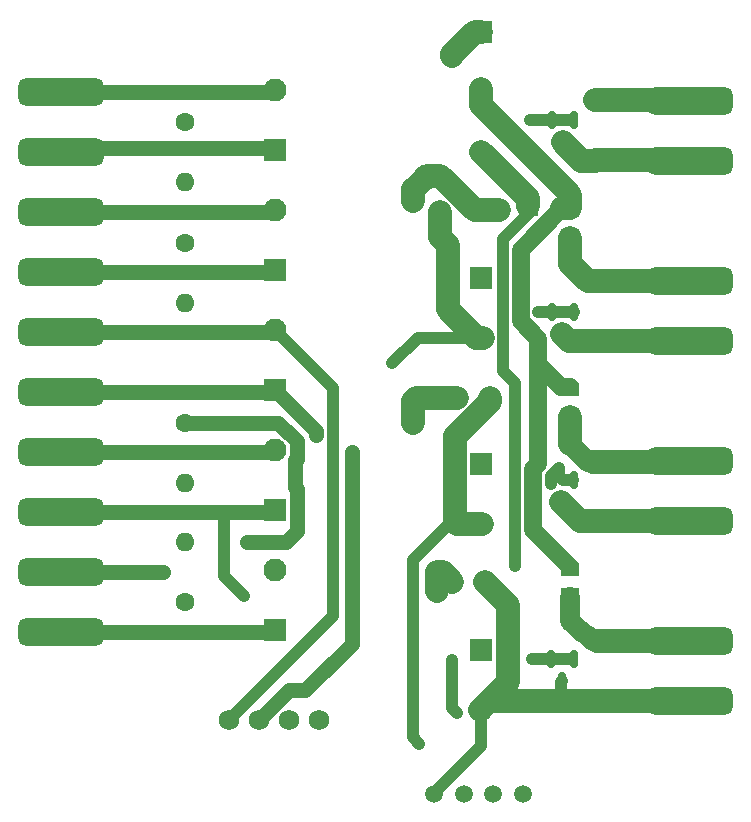
<source format=gbr>
%TF.GenerationSoftware,KiCad,Pcbnew,7.0.10*%
%TF.CreationDate,2024-07-21T07:40:16-04:00*%
%TF.ProjectId,12.1.1 - PLC Connector.kicad_pcb_appended,31322e31-2e31-4202-9d20-504c4320436f,rev?*%
%TF.SameCoordinates,Original*%
%TF.FileFunction,Copper,L1,Top*%
%TF.FilePolarity,Positive*%
%FSLAX46Y46*%
G04 Gerber Fmt 4.6, Leading zero omitted, Abs format (unit mm)*
G04 Created by KiCad (PCBNEW 7.0.10) date 2024-07-21 07:40:16*
%MOMM*%
%LPD*%
G01*
G04 APERTURE LIST*
G04 Aperture macros list*
%AMRoundRect*
0 Rectangle with rounded corners*
0 $1 Rounding radius*
0 $2 $3 $4 $5 $6 $7 $8 $9 X,Y pos of 4 corners*
0 Add a 4 corners polygon primitive as box body*
4,1,4,$2,$3,$4,$5,$6,$7,$8,$9,$2,$3,0*
0 Add four circle primitives for the rounded corners*
1,1,$1+$1,$2,$3*
1,1,$1+$1,$4,$5*
1,1,$1+$1,$6,$7*
1,1,$1+$1,$8,$9*
0 Add four rect primitives between the rounded corners*
20,1,$1+$1,$2,$3,$4,$5,0*
20,1,$1+$1,$4,$5,$6,$7,0*
20,1,$1+$1,$6,$7,$8,$9,0*
20,1,$1+$1,$8,$9,$2,$3,0*%
%AMFreePoly0*
4,1,19,0.750000,-0.750000,-0.200000,-0.750000,-0.200000,-0.744911,-0.221157,-0.744911,-0.357708,-0.704816,-0.477430,-0.627875,-0.570627,-0.520320,-0.629746,-0.390866,-0.650000,-0.250000,-0.650000,0.250000,-0.629746,0.390866,-0.570627,0.520320,-0.477430,0.627875,-0.357708,0.704816,-0.221157,0.744911,-0.200000,0.744911,-0.200000,0.750000,0.750000,0.750000,0.750000,-0.750000,0.750000,-0.750000,
$1*%
%AMFreePoly1*
4,1,19,0.200000,0.744911,0.221157,0.744911,0.357708,0.704816,0.477430,0.627875,0.570627,0.520320,0.629746,0.390866,0.650000,0.250000,0.650000,-0.250000,0.629746,-0.390866,0.570627,-0.520320,0.477430,-0.627875,0.357708,-0.704816,0.221157,-0.744911,0.200000,-0.744911,0.200000,-0.750000,-0.750000,-0.750000,-0.750000,0.750000,0.200000,0.750000,0.200000,0.744911,0.200000,0.744911,
$1*%
G04 Aperture macros list end*
%TA.AperFunction,SMDPad,CuDef*%
%ADD10RoundRect,0.572500X-3.045750X-0.572500X3.045750X-0.572500X3.045750X0.572500X-3.045750X0.572500X0*%
%TD*%
%TA.AperFunction,ComponentPad*%
%ADD11R,1.950000X1.950000*%
%TD*%
%TA.AperFunction,ComponentPad*%
%ADD12C,1.950000*%
%TD*%
%TA.AperFunction,ComponentPad*%
%ADD13C,1.600000*%
%TD*%
%TA.AperFunction,ComponentPad*%
%ADD14O,1.600000X1.600000*%
%TD*%
%TA.AperFunction,ComponentPad*%
%ADD15C,1.752600*%
%TD*%
%TA.AperFunction,SMDPad,CuDef*%
%ADD16FreePoly0,270.000000*%
%TD*%
%TA.AperFunction,SMDPad,CuDef*%
%ADD17FreePoly1,270.000000*%
%TD*%
%TA.AperFunction,SMDPad,CuDef*%
%ADD18RoundRect,0.572500X3.045750X0.572500X-3.045750X0.572500X-3.045750X-0.572500X3.045750X-0.572500X0*%
%TD*%
%TA.AperFunction,SMDPad,CuDef*%
%ADD19RoundRect,0.150000X-0.150000X0.587500X-0.150000X-0.587500X0.150000X-0.587500X0.150000X0.587500X0*%
%TD*%
%TA.AperFunction,SMDPad,CuDef*%
%ADD20RoundRect,0.250000X0.300000X0.300000X-0.300000X0.300000X-0.300000X-0.300000X0.300000X-0.300000X0*%
%TD*%
%TA.AperFunction,SMDPad,CuDef*%
%ADD21RoundRect,0.250000X-0.300000X-0.300000X0.300000X-0.300000X0.300000X0.300000X-0.300000X0.300000X0*%
%TD*%
%TA.AperFunction,ComponentPad*%
%ADD22C,1.498600*%
%TD*%
%TA.AperFunction,ViaPad*%
%ADD23C,0.800000*%
%TD*%
%TA.AperFunction,Conductor*%
%ADD24C,1.270000*%
%TD*%
%TA.AperFunction,Conductor*%
%ADD25C,1.016000*%
%TD*%
%TA.AperFunction,Conductor*%
%ADD26C,0.250000*%
%TD*%
%TA.AperFunction,Conductor*%
%ADD27C,2.000000*%
%TD*%
%TA.AperFunction,Conductor*%
%ADD28C,1.500000*%
%TD*%
%TA.AperFunction,Conductor*%
%ADD29C,1.651000*%
%TD*%
%TA.AperFunction,Conductor*%
%ADD30C,1.999996*%
%TD*%
G04 APERTURE END LIST*
D10*
%TO.P,J104,1,Pin_1*%
%TO.N,Net-(J104-Pin_1)*%
X135151345Y-118127303D03*
%TD*%
D11*
%TO.P,J124,1,1*%
%TO.N,Net-(J106-Pin_1)*%
X153289000Y-107823000D03*
D12*
%TO.P,J124,2,2*%
%TO.N,Net-(J107-Pin_1)*%
X153289000Y-102743000D03*
%TD*%
D10*
%TO.P,J106,1,Pin_1*%
%TO.N,Net-(J106-Pin_1)*%
X135163477Y-107967303D03*
%TD*%
D13*
%TO.P,R104,1*%
%TO.N,M*%
X145669000Y-85140000D03*
D14*
%TO.P,R104,2*%
%TO.N,Net-(J109-Pin_1)*%
X145669000Y-90220000D03*
%TD*%
D11*
%TO.P,J122,1,1*%
%TO.N,Net-(J104-Pin_1)*%
X153289000Y-117983000D03*
D12*
%TO.P,J122,2,2*%
%TO.N,Net-(J105-Pin_1)*%
X153289000Y-112903000D03*
%TD*%
D10*
%TO.P,J116,1,Pin_1*%
%TO.N,Net-(J108-Pin_1)*%
X135136683Y-97794563D03*
%TD*%
%TO.P,J115,1,Pin_1*%
%TO.N,Net-(J107-Pin_1)*%
X135122779Y-102890324D03*
%TD*%
D13*
%TO.P,R101,1*%
%TO.N,Net-(J102-Pin_1)*%
X145669000Y-125730000D03*
D14*
%TO.P,R101,2*%
%TO.N,M*%
X145669000Y-120650000D03*
%TD*%
D15*
%TO.P,J126,1,1*%
%TO.N,Net-(J107-Pin_1)*%
X149352000Y-135763000D03*
%TO.P,J126,2,2*%
%TO.N,Net-(J106-Pin_1)*%
X151892000Y-135763000D03*
%TO.P,J126,3,3*%
%TO.N,Net-(J105-Pin_1)*%
X154432000Y-135763000D03*
%TO.P,J126,4,4*%
%TO.N,Net-(J104-Pin_1)*%
X156972000Y-135763000D03*
%TD*%
D13*
%TO.P,R102,1*%
%TO.N,M*%
X145669000Y-110617000D03*
D14*
%TO.P,R102,2*%
%TO.N,Net-(J103-Pin_1)*%
X145669000Y-115697000D03*
%TD*%
D13*
%TO.P,R103,1*%
%TO.N,Net-(J108-Pin_1)*%
X145669000Y-95377000D03*
D14*
%TO.P,R103,2*%
%TO.N,M*%
X145669000Y-100457000D03*
%TD*%
D10*
%TO.P,J111,1,Pin_1*%
%TO.N,Net-(J103-Pin_1)*%
X135137522Y-123198869D03*
%TD*%
%TO.P,J110,1,Pin_1*%
%TO.N,Net-(J102-Pin_1)*%
X135154366Y-128271547D03*
%TD*%
D11*
%TO.P,J125,1,1*%
%TO.N,Net-(J108-Pin_1)*%
X153289000Y-97663000D03*
D12*
%TO.P,J125,2,2*%
%TO.N,Net-(J109-Pin_1)*%
X153289000Y-92583000D03*
%TD*%
D10*
%TO.P,J120,1,Pin_1*%
%TO.N,M*%
X135177543Y-87647303D03*
%TD*%
D11*
%TO.P,J123,1,1*%
%TO.N,M*%
X153289000Y-87503000D03*
D12*
%TO.P,J123,2,2*%
%TO.N,Net-(J119-Pin_1)*%
X153289000Y-82423000D03*
%TD*%
D11*
%TO.P,J118,1,1*%
%TO.N,Net-(J102-Pin_1)*%
X153289000Y-128143000D03*
D12*
%TO.P,J118,2,2*%
%TO.N,Net-(J103-Pin_1)*%
X153289000Y-123063000D03*
%TD*%
D10*
%TO.P,J121,1,Pin_1*%
%TO.N,Net-(J119-Pin_1)*%
X135132736Y-82570977D03*
%TD*%
%TO.P,J117,1,Pin_1*%
%TO.N,Net-(J109-Pin_1)*%
X135154679Y-92741803D03*
%TD*%
%TO.P,J113,1,Pin_1*%
%TO.N,Net-(J105-Pin_1)*%
X135134275Y-113048173D03*
%TD*%
D16*
%TO.P,JP101,1,A*%
%TO.N,Net-(J103-Pin_1)*%
X178278225Y-92426462D03*
D17*
%TO.P,JP101,2,B*%
%TO.N,Net-(J105-Pin_1)*%
X178278225Y-94926462D03*
%TD*%
D18*
%TO.P,J108,1,Pin_1*%
%TO.N,Net-(J102-Pin_1)*%
X188422864Y-134127111D03*
%TD*%
D19*
%TO.P,D105,1*%
%TO.N,GNDPWR*%
X178556856Y-130561113D03*
%TO.P,D105,2*%
X176656856Y-130561113D03*
%TO.P,D105,3*%
%TO.N,Net-(J102-Pin_1)*%
X177606856Y-132436113D03*
%TD*%
%TO.P,D106,1*%
%TO.N,GNDPWR*%
X178584225Y-115455962D03*
%TO.P,D106,2*%
X176684225Y-115455962D03*
%TO.P,D106,3*%
%TO.N,Net-(J114-Pin_1)*%
X177634225Y-117330962D03*
%TD*%
D18*
%TO.P,J105,1,Pin_1*%
%TO.N,Net-(J105-Pin_1)*%
X188434462Y-98547442D03*
%TD*%
D20*
%TO.P,D101,1*%
%TO.N,Net-(J114-Pin_1)*%
X171475225Y-108458462D03*
%TO.P,D101,2*%
%TO.N,GNDPWR*%
X168675225Y-108458462D03*
%TD*%
D18*
%TO.P,J101,1,Pin_1*%
%TO.N,Net-(J101-Pin_1)*%
X188428553Y-129047523D03*
%TD*%
%TO.P,J109,1,Pin_1*%
%TO.N,Net-(J103-Pin_1)*%
X188439959Y-83312463D03*
%TD*%
D21*
%TO.P,D104,1*%
%TO.N,Net-(J106-Pin_1)*%
X167402225Y-92583462D03*
%TO.P,D104,2*%
%TO.N,GNDPWR*%
X170202225Y-92583462D03*
%TD*%
D18*
%TO.P,J115,1,Pin_1*%
%TO.N,Net-(J113-Pin_1)*%
X188435157Y-113791922D03*
%TD*%
D19*
%TO.P,D108,1*%
%TO.N,GNDPWR*%
X178584225Y-101170962D03*
%TO.P,D108,2*%
X176684225Y-101170962D03*
%TO.P,D108,3*%
%TO.N,Net-(J106-Pin_1)*%
X177634225Y-103045962D03*
%TD*%
D18*
%TO.P,J106,1,Pin_1*%
%TO.N,Net-(J106-Pin_1)*%
X188444026Y-103639993D03*
%TD*%
D11*
%TO.P,J118,1,1*%
%TO.N,Net-(J105-Pin_1)*%
X170710225Y-98298462D03*
D12*
%TO.P,J118,2,2*%
%TO.N,Net-(J106-Pin_1)*%
X170710225Y-103378462D03*
%TD*%
D19*
%TO.P,D107,1*%
%TO.N,GNDPWR*%
X178584225Y-84963462D03*
%TO.P,D107,2*%
X176684225Y-84963462D03*
%TO.P,D107,3*%
%TO.N,Net-(J104-Pin_1)*%
X177634225Y-86838462D03*
%TD*%
D18*
%TO.P,J110,1,Pin_1*%
%TO.N,Net-(J104-Pin_1)*%
X188437513Y-88401010D03*
%TD*%
D11*
%TO.P,J120,1,1*%
%TO.N,Net-(J113-Pin_1)*%
X170710225Y-114046462D03*
D12*
%TO.P,J120,2,2*%
%TO.N,Net-(J114-Pin_1)*%
X170710225Y-119126462D03*
%TD*%
D16*
%TO.P,JP103,1,A*%
%TO.N,Net-(J103-Pin_1)*%
X178278225Y-122826462D03*
D17*
%TO.P,JP103,2,B*%
%TO.N,Net-(J101-Pin_1)*%
X178278225Y-125326462D03*
%TD*%
D20*
%TO.P,D103,1*%
%TO.N,Net-(J104-Pin_1)*%
X175031225Y-92583462D03*
%TO.P,D103,2*%
%TO.N,GNDPWR*%
X172231225Y-92583462D03*
%TD*%
D16*
%TO.P,JP102,1,A*%
%TO.N,Net-(J103-Pin_1)*%
X178278225Y-107576462D03*
D17*
%TO.P,JP102,2,B*%
%TO.N,Net-(J113-Pin_1)*%
X178278225Y-110076462D03*
%TD*%
D20*
%TO.P,D102,1*%
%TO.N,Net-(J102-Pin_1)*%
X171094225Y-124079462D03*
%TO.P,D102,2*%
%TO.N,GNDPWR*%
X168294225Y-124079462D03*
%TD*%
D11*
%TO.P,J117,1,1*%
%TO.N,GNDPWR*%
X170710225Y-77470462D03*
D12*
%TO.P,J117,2,2*%
%TO.N,Net-(J103-Pin_1)*%
X170710225Y-82550462D03*
%TO.P,J117,3,3*%
%TO.N,Net-(J104-Pin_1)*%
X170710225Y-87630462D03*
%TD*%
D18*
%TO.P,J114,1,Pin_1*%
%TO.N,Net-(J114-Pin_1)*%
X188438530Y-118872462D03*
%TD*%
D11*
%TO.P,J119,1,1*%
%TO.N,Net-(J101-Pin_1)*%
X170710225Y-129794462D03*
D12*
%TO.P,J119,2,2*%
%TO.N,Net-(J102-Pin_1)*%
X170710225Y-134874462D03*
%TD*%
D22*
%TO.P,J122,1,1*%
%TO.N,Net-(J104-Pin_1)*%
X174266225Y-141986462D03*
%TO.P,J122,2,2*%
%TO.N,Net-(J106-Pin_1)*%
X171766225Y-141986462D03*
%TO.P,J122,3,3*%
%TO.N,Net-(J114-Pin_1)*%
X169266225Y-141986462D03*
%TO.P,J122,4,4*%
%TO.N,Net-(J102-Pin_1)*%
X166766225Y-141986462D03*
%TD*%
D23*
%TO.N,Net-(J102-Pin_1)*%
X143129000Y-128270000D03*
X140335000Y-128270000D03*
X141732000Y-128270000D03*
%TO.N,Net-(J103-Pin_1)*%
X140335000Y-123190000D03*
X143256000Y-123190000D03*
X141732000Y-123190000D03*
%TO.N,Net-(J104-Pin_1)*%
X143637000Y-118110000D03*
X140335000Y-118110000D03*
X150621900Y-125222000D03*
X142113000Y-118110000D03*
%TO.N,Net-(J105-Pin_1)*%
X142113000Y-113030000D03*
X140462000Y-113030000D03*
X143637000Y-113030000D03*
%TO.N,Net-(J106-Pin_1)*%
X156718004Y-111633000D03*
X140716000Y-107950000D03*
X159766000Y-113030000D03*
X143891000Y-107950000D03*
X142367000Y-107950000D03*
%TO.N,Net-(J107-Pin_1)*%
X140716000Y-102870000D03*
X142493998Y-102870000D03*
X144145000Y-102870000D03*
%TO.N,Net-(J108-Pin_1)*%
X142240000Y-97790000D03*
X143891000Y-97790000D03*
X140716000Y-97790000D03*
%TO.N,Net-(J109-Pin_1)*%
X144145000Y-92710000D03*
X140589000Y-92710000D03*
X142367000Y-92710000D03*
%TO.N,M*%
X153289000Y-110617000D03*
X143637000Y-87376000D03*
X150876002Y-120650000D03*
X140208000Y-87376000D03*
X152146000Y-110617000D03*
X141859000Y-87376000D03*
X151892000Y-120650000D03*
%TO.N,Net-(J102-Pin_1)*%
X180292000Y-134130237D03*
X182014447Y-134130240D03*
X183444448Y-134130239D03*
%TO.N,Net-(J103-Pin_1)*%
X181598225Y-83316462D03*
X180408225Y-83286462D03*
X183008225Y-83316462D03*
%TO.N,Net-(J104-Pin_1)*%
X182908225Y-88386462D03*
X173633225Y-122680462D03*
X168297225Y-130638462D03*
X180378225Y-88397301D03*
X181598225Y-88406462D03*
X168672027Y-135122264D03*
%TO.N,Net-(J105-Pin_1)*%
X182788225Y-98566462D03*
X180378225Y-98576462D03*
X181548225Y-98546462D03*
%TO.N,Net-(J101-Pin_1)*%
X180578225Y-129046398D03*
X183146523Y-129048036D03*
X181811808Y-129064514D03*
%TO.N,GNDPWR*%
X169059225Y-78740462D03*
X175155225Y-84963462D03*
X168297225Y-79502462D03*
X166961231Y-123256468D03*
X177488225Y-84996462D03*
X166011225Y-89916462D03*
X165122225Y-90678462D03*
X164995225Y-91821462D03*
X177441225Y-101219462D03*
X164995225Y-109220462D03*
X177695215Y-115455962D03*
X177488225Y-130566462D03*
X177278225Y-114396462D03*
X175790225Y-101219462D03*
X164995225Y-110617462D03*
X175536225Y-130556462D03*
X167022225Y-124841462D03*
%TO.N,Net-(J106-Pin_1)*%
X180278225Y-103676462D03*
X163217225Y-105537462D03*
X182618225Y-103676462D03*
X181438225Y-103676462D03*
%TO.N,Net-(J114-Pin_1)*%
X180178225Y-118896555D03*
X165503225Y-137795462D03*
X181478225Y-118876462D03*
X182898225Y-118846462D03*
%TO.N,Net-(J113-Pin_1)*%
X180178225Y-113876462D03*
X183048225Y-113856462D03*
X181618225Y-113876462D03*
%TD*%
D24*
%TO.N,Net-(J102-Pin_1)*%
X153162000Y-128270000D02*
X135155913Y-128270000D01*
X153289000Y-128143000D02*
X153162000Y-128270000D01*
X135155913Y-128270000D02*
X135154366Y-128271547D01*
%TO.N,Net-(J103-Pin_1)*%
X135146391Y-123190000D02*
X135137522Y-123198869D01*
X143764000Y-123190000D02*
X135146391Y-123190000D01*
%TO.N,Net-(J104-Pin_1)*%
X148971000Y-118110000D02*
X135168648Y-118110000D01*
X135159338Y-118135296D02*
X139954000Y-118135296D01*
D25*
X148971000Y-123571100D02*
X150621900Y-125222000D01*
D24*
X153289000Y-117983000D02*
X153162000Y-118110000D01*
X153162000Y-118110000D02*
X148971000Y-118110000D01*
X135168648Y-118110000D02*
X135151345Y-118127303D01*
X135151345Y-118127303D02*
X135159338Y-118135296D01*
D25*
X148971000Y-118110000D02*
X148971000Y-123571100D01*
D24*
%TO.N,Net-(J105-Pin_1)*%
X153162000Y-113030000D02*
X135152448Y-113030000D01*
X153289000Y-112903000D02*
X153162000Y-113030000D01*
X135152448Y-113030000D02*
X135134275Y-113048173D01*
%TO.N,Net-(J106-Pin_1)*%
X156718004Y-111252004D02*
X156718004Y-111633000D01*
X154432000Y-133223000D02*
X155829000Y-133223000D01*
X135163477Y-107967303D02*
X135168248Y-107972074D01*
X153162000Y-107950000D02*
X135180780Y-107950000D01*
X135168248Y-107972074D02*
X139954000Y-107972074D01*
X155829000Y-133223000D02*
X159766000Y-129286000D01*
X151892000Y-135763000D02*
X154432000Y-133223000D01*
X153289000Y-107823000D02*
X153162000Y-107950000D01*
X135180780Y-107950000D02*
X135163477Y-107967303D01*
X153289000Y-107823000D02*
X156718004Y-111252004D01*
X159766000Y-129286000D02*
X159766000Y-113030000D01*
%TO.N,Net-(J107-Pin_1)*%
X135143103Y-102870000D02*
X135122779Y-102890324D01*
X135122779Y-102890324D02*
X135122918Y-102890463D01*
X153289000Y-102743000D02*
X153162000Y-102870000D01*
X135122918Y-102890463D02*
X139954000Y-102890463D01*
D25*
X149352000Y-135763000D02*
X158188008Y-126926992D01*
X158188008Y-126926992D02*
X158188008Y-107642008D01*
X158188008Y-107642008D02*
X153289000Y-102743000D01*
D24*
X153162000Y-102870000D02*
X135143103Y-102870000D01*
%TO.N,Net-(J108-Pin_1)*%
X135141246Y-97790000D02*
X135136683Y-97794563D01*
X153289000Y-97663000D02*
X153162000Y-97790000D01*
X153162000Y-97790000D02*
X135141246Y-97790000D01*
%TO.N,Net-(J109-Pin_1)*%
X135186482Y-92710000D02*
X135154679Y-92741803D01*
X153289000Y-92583000D02*
X153162000Y-92710000D01*
X153162000Y-92710000D02*
X135186482Y-92710000D01*
%TO.N,Net-(J119-Pin_1)*%
X153141023Y-82570977D02*
X153289000Y-82423000D01*
X135132736Y-82570977D02*
X153141023Y-82570977D01*
%TO.N,M*%
X135464844Y-87360000D02*
X135177541Y-87647303D01*
X153146000Y-87360000D02*
X135464844Y-87360000D01*
D26*
X139969630Y-87630000D02*
X139952327Y-87647303D01*
X139952327Y-87647303D02*
X135177541Y-87647303D01*
D24*
X155099000Y-112153273D02*
X155099000Y-113652727D01*
X154994000Y-116068000D02*
X155099000Y-116173000D01*
X153289000Y-87503000D02*
X153146000Y-87360000D01*
X154994000Y-113757727D02*
X154994000Y-116068000D01*
X145669000Y-110617000D02*
X153562727Y-110617000D01*
X154242000Y-120650000D02*
X150876002Y-120650000D01*
X155099000Y-113652727D02*
X154994000Y-113757727D01*
X153562727Y-110617000D02*
X155099000Y-112153273D01*
X155099000Y-116173000D02*
X155099000Y-119793000D01*
X155099000Y-119793000D02*
X154242000Y-120650000D01*
D27*
%TO.N,Net-(J102-Pin_1)*%
X173012225Y-132538462D02*
X173012225Y-125997462D01*
X170837225Y-134713462D02*
X173012225Y-132538462D01*
X188452665Y-134130233D02*
X183444454Y-134130233D01*
D25*
X177507225Y-132535744D02*
X177507225Y-134291462D01*
X166811325Y-141859462D02*
X170710225Y-137960562D01*
D27*
X173012225Y-125997462D02*
X171094225Y-124079462D01*
X183444454Y-134130233D02*
X183444448Y-134130239D01*
X180292003Y-134130240D02*
X180292000Y-134130237D01*
X182014447Y-134130240D02*
X183444447Y-134130240D01*
X182014447Y-134130240D02*
X180292003Y-134130240D01*
X183444447Y-134130240D02*
X183444448Y-134130239D01*
X180291996Y-134130233D02*
X171387786Y-134130233D01*
D25*
X170710225Y-137960562D02*
X170710225Y-134874462D01*
D27*
X171387786Y-134130233D02*
X170643557Y-134874462D01*
D25*
X177606856Y-132436113D02*
X177507225Y-132535744D01*
D27*
%TO.N,Net-(J103-Pin_1)*%
X170710225Y-82307962D02*
X170710225Y-83706661D01*
D28*
X175141225Y-119689462D02*
X175141225Y-114471538D01*
D27*
X180421714Y-83299951D02*
X180408225Y-83286462D01*
X177581169Y-92426462D02*
X178278225Y-92426462D01*
D28*
X178278225Y-107576462D02*
X177476225Y-107576462D01*
X178278225Y-122826462D02*
X175141225Y-119689462D01*
X175536225Y-105636462D02*
X175536225Y-104902462D01*
X175536225Y-114076538D02*
X175536225Y-103475538D01*
D27*
X188486344Y-83299951D02*
X180421714Y-83299951D01*
X178278225Y-91323493D02*
X178278225Y-92426462D01*
X180408225Y-83286462D02*
X180394736Y-83299951D01*
X170710225Y-83706661D02*
X178084557Y-91080993D01*
D28*
X174073225Y-95934406D02*
X177581169Y-92426462D01*
X174073225Y-102012538D02*
X174073225Y-95934406D01*
X177476225Y-107576462D02*
X175536225Y-105636462D01*
X175536225Y-103475538D02*
X174073225Y-102012538D01*
X175141225Y-114471538D02*
X175536225Y-114076538D01*
D25*
%TO.N,Net-(J104-Pin_1)*%
X168672027Y-135122264D02*
X168297225Y-134747462D01*
D27*
X174672062Y-91558965D02*
X174672062Y-92224299D01*
D25*
X175031225Y-92583462D02*
X172615225Y-94999462D01*
D27*
X177634225Y-86838462D02*
X179193064Y-88397301D01*
X170710225Y-87630462D02*
X170743559Y-87630462D01*
X188378225Y-88376462D02*
X180399064Y-88376462D01*
D25*
X172615225Y-106244382D02*
X173633225Y-107262382D01*
X172615225Y-94999462D02*
X172615225Y-106244382D01*
D27*
X179193064Y-88397301D02*
X180378225Y-88397301D01*
X180399064Y-88376462D02*
X180378225Y-88397301D01*
X170743559Y-87630462D02*
X174672062Y-91558965D01*
D25*
X173633225Y-107262382D02*
X173633225Y-122680462D01*
X168297225Y-134747462D02*
X168297225Y-130638462D01*
D27*
%TO.N,Net-(J105-Pin_1)*%
X179744931Y-98576462D02*
X178278225Y-97109756D01*
X180378225Y-98576462D02*
X179744931Y-98576462D01*
X178278225Y-97109756D02*
X178278225Y-94926462D01*
X188278225Y-98576462D02*
X180378225Y-98576462D01*
D29*
%TO.N,Net-(J101-Pin_1)*%
X179676106Y-128519393D02*
X179355697Y-128365097D01*
D27*
X180581790Y-129049963D02*
X180578225Y-129046398D01*
X188444137Y-129049963D02*
X180581790Y-129049963D01*
D29*
X179355697Y-128365097D02*
X179077658Y-128143374D01*
X179077658Y-128143374D02*
X178278225Y-127343941D01*
X180578225Y-129046398D02*
X180203111Y-129046398D01*
X178278225Y-127343941D02*
X178278225Y-125326462D01*
X180203111Y-129046398D02*
X179676106Y-128519393D01*
D25*
%TO.N,GNDPWR*%
X178457225Y-130556462D02*
X177568225Y-130556462D01*
D27*
X164995225Y-110617462D02*
X164995225Y-109220462D01*
D30*
X167471231Y-123256468D02*
X166961231Y-123256468D01*
D25*
X177331725Y-84980962D02*
X177314225Y-84963462D01*
X175536225Y-130556462D02*
X175028225Y-130556462D01*
D27*
X166011225Y-89916462D02*
X165884225Y-89916462D01*
D25*
X177489725Y-101170962D02*
X177441225Y-101219462D01*
D30*
X168294225Y-124079462D02*
X167471231Y-123256468D01*
D27*
X168297225Y-79375462D02*
X168932225Y-78740462D01*
X167281225Y-89662462D02*
X166138225Y-89662462D01*
X166011225Y-89789462D02*
X166011225Y-89916462D01*
D25*
X175137725Y-84980962D02*
X174918725Y-84980962D01*
D27*
X164995225Y-108712462D02*
X165249225Y-108458462D01*
D25*
X175741725Y-101170962D02*
X175584725Y-101170962D01*
D27*
X165249225Y-108458462D02*
X168675225Y-108458462D01*
D25*
X177392725Y-101170962D02*
X176618225Y-101170962D01*
D27*
X165122225Y-90678462D02*
X164995225Y-90805462D01*
X164995225Y-109220462D02*
X164995225Y-108712462D01*
D25*
X177296725Y-84980962D02*
X176315725Y-84980962D01*
X178469725Y-115455962D02*
X177695215Y-115455962D01*
X175790225Y-101219462D02*
X175741725Y-101170962D01*
X176618225Y-101170962D02*
X175838725Y-101170962D01*
X175838725Y-101170962D02*
X175790225Y-101219462D01*
D27*
X170202225Y-77470462D02*
X170710225Y-77470462D01*
X172231225Y-92583462D02*
X170202225Y-92583462D01*
D25*
X177441225Y-101219462D02*
X177392725Y-101170962D01*
D27*
X170202225Y-92583462D02*
X167281225Y-89662462D01*
X164995225Y-90805462D02*
X164995225Y-91821462D01*
X168297225Y-79502462D02*
X168297225Y-79375462D01*
D25*
X178584225Y-101170962D02*
X177489725Y-101170962D01*
X177278225Y-115038972D02*
X177278225Y-114396462D01*
X175172725Y-84980962D02*
X175155225Y-84963462D01*
D30*
X167022225Y-124841462D02*
X167022225Y-123317462D01*
D25*
X175155225Y-84963462D02*
X175137725Y-84980962D01*
X174918725Y-84980962D02*
X174901225Y-84963462D01*
X176557225Y-130556462D02*
X175536225Y-130556462D01*
D27*
X169059225Y-78613462D02*
X170202225Y-77470462D01*
D25*
X177695215Y-115455962D02*
X177278225Y-115038972D01*
X178215725Y-84980962D02*
X177331725Y-84980962D01*
X175584725Y-101170962D02*
X175536225Y-101219462D01*
X176599225Y-115075462D02*
X176599225Y-115761067D01*
D30*
X167022225Y-123317462D02*
X166961231Y-123256468D01*
D27*
X165884225Y-89916462D02*
X165122225Y-90678462D01*
D25*
X177314225Y-84963462D02*
X177296725Y-84980962D01*
X176315725Y-84980962D02*
X175172725Y-84980962D01*
X177278225Y-114396462D02*
X176599225Y-115075462D01*
X177568225Y-130556462D02*
X176557225Y-130556462D01*
D27*
X166138225Y-89662462D02*
X166011225Y-89789462D01*
%TO.N,Net-(J106-Pin_1)*%
X167246590Y-92739097D02*
X167246590Y-94834827D01*
X170302225Y-103378462D02*
X170843557Y-103378462D01*
X167916225Y-95504462D02*
X167916225Y-100992462D01*
X167246590Y-94834827D02*
X167916225Y-95504462D01*
X178198725Y-103676462D02*
X177568225Y-103045962D01*
D25*
X165376225Y-103378462D02*
X170302225Y-103378462D01*
D27*
X188478225Y-103676462D02*
X180278225Y-103676462D01*
X167916225Y-100992462D02*
X170302225Y-103378462D01*
X180278225Y-103676462D02*
X178198725Y-103676462D01*
D25*
X163217225Y-105537462D02*
X165376225Y-103378462D01*
D27*
%TO.N,Net-(J114-Pin_1)*%
X168535225Y-118983462D02*
X168535225Y-111744462D01*
X168535225Y-111744462D02*
X171475225Y-108804462D01*
D25*
X168040751Y-119126462D02*
X164935727Y-122231486D01*
D27*
X171475225Y-108804462D02*
X171475225Y-108458462D01*
D25*
X168678225Y-119126462D02*
X168040751Y-119126462D01*
D27*
X179085318Y-118896555D02*
X177519725Y-117330962D01*
D25*
X164935727Y-122231486D02*
X164935727Y-137227964D01*
D27*
X188478225Y-118876462D02*
X180198318Y-118876462D01*
X168678225Y-119126462D02*
X168535225Y-118983462D01*
D25*
X164935727Y-137227964D02*
X165503225Y-137795462D01*
D27*
X180198318Y-118876462D02*
X180178225Y-118896555D01*
X180178225Y-118896555D02*
X179085318Y-118896555D01*
X170776891Y-119126462D02*
X168678225Y-119126462D01*
%TO.N,Net-(J113-Pin_1)*%
X178278225Y-112349756D02*
X178278225Y-110076462D01*
X188478225Y-113876462D02*
X180178225Y-113876462D01*
D29*
X179804931Y-113876462D02*
X178278225Y-112349756D01*
%TD*%
M02*

</source>
